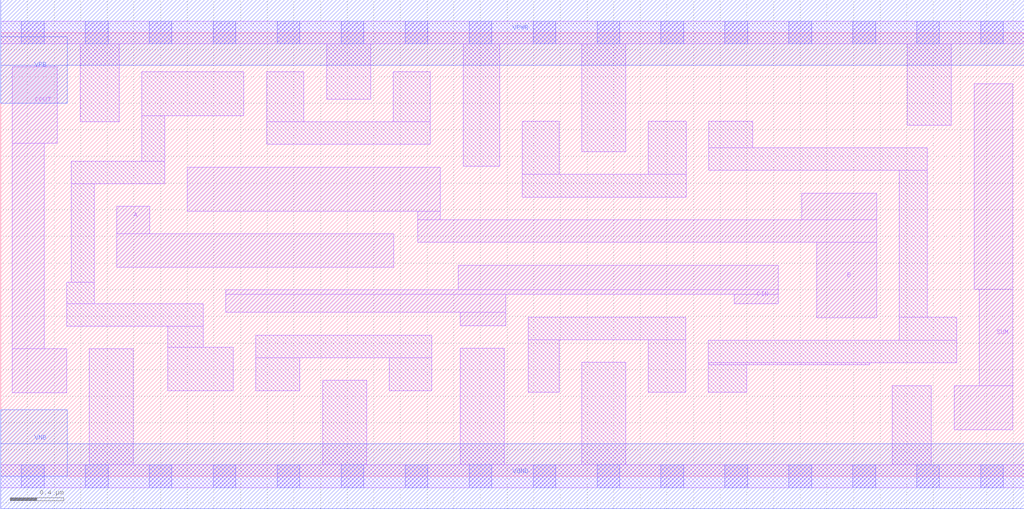
<source format=lef>
# Copyright 2020 The SkyWater PDK Authors
#
# Licensed under the Apache License, Version 2.0 (the "License");
# you may not use this file except in compliance with the License.
# You may obtain a copy of the License at
#
#     https://www.apache.org/licenses/LICENSE-2.0
#
# Unless required by applicable law or agreed to in writing, software
# distributed under the License is distributed on an "AS IS" BASIS,
# WITHOUT WARRANTIES OR CONDITIONS OF ANY KIND, either express or implied.
# See the License for the specific language governing permissions and
# limitations under the License.
#
# SPDX-License-Identifier: Apache-2.0

VERSION 5.5 ;
NAMESCASESENSITIVE ON ;
BUSBITCHARS "[]" ;
DIVIDERCHAR "/" ;
MACRO sky130_fd_sc_lp__fa_0
  CLASS CORE ;
  SOURCE USER ;
  ORIGIN  0.000000  0.000000 ;
  SIZE  7.680000 BY  3.330000 ;
  SYMMETRY X Y R90 ;
  SITE unit ;
  PIN A
    ANTENNAGATEAREA  0.504000 ;
    DIRECTION INPUT ;
    USE SIGNAL ;
    PORT
      LAYER li1 ;
        RECT 0.870000 1.570000 2.950000 1.820000 ;
        RECT 0.870000 1.820000 1.120000 2.025000 ;
    END
  END A
  PIN B
    ANTENNAGATEAREA  0.504000 ;
    DIRECTION INPUT ;
    USE SIGNAL ;
    PORT
      LAYER li1 ;
        RECT 1.400000 1.990000 3.300000 2.320000 ;
        RECT 3.130000 1.755000 6.575000 1.925000 ;
        RECT 3.130000 1.925000 3.300000 1.990000 ;
        RECT 6.010000 1.925000 6.575000 2.125000 ;
        RECT 6.125000 1.190000 6.575000 1.755000 ;
    END
  END B
  PIN CIN
    ANTENNAGATEAREA  0.378000 ;
    DIRECTION INPUT ;
    USE SIGNAL ;
    PORT
      LAYER li1 ;
        RECT 1.690000 1.230000 3.790000 1.365000 ;
        RECT 1.690000 1.365000 5.835000 1.400000 ;
        RECT 3.435000 1.400000 5.835000 1.585000 ;
        RECT 3.450000 1.130000 3.790000 1.230000 ;
        RECT 5.505000 1.295000 5.835000 1.365000 ;
    END
  END CIN
  PIN COUT
    ANTENNADIFFAREA  0.280900 ;
    DIRECTION OUTPUT ;
    USE SIGNAL ;
    PORT
      LAYER li1 ;
        RECT 0.085000 0.625000 0.495000 0.955000 ;
        RECT 0.085000 0.955000 0.325000 2.500000 ;
        RECT 0.085000 2.500000 0.425000 3.075000 ;
    END
  END COUT
  PIN SUM
    ANTENNADIFFAREA  0.280900 ;
    DIRECTION OUTPUT ;
    USE SIGNAL ;
    PORT
      LAYER li1 ;
        RECT 7.155000 0.350000 7.595000 0.680000 ;
        RECT 7.305000 1.405000 7.595000 2.945000 ;
        RECT 7.345000 0.680000 7.595000 1.405000 ;
    END
  END SUM
  PIN VGND
    DIRECTION INOUT ;
    USE GROUND ;
    PORT
      LAYER met1 ;
        RECT 0.000000 -0.245000 7.680000 0.245000 ;
    END
  END VGND
  PIN VNB
    DIRECTION INOUT ;
    USE GROUND ;
    PORT
      LAYER met1 ;
        RECT 0.000000 0.000000 0.500000 0.500000 ;
    END
  END VNB
  PIN VPB
    DIRECTION INOUT ;
    USE POWER ;
    PORT
      LAYER met1 ;
        RECT 0.000000 2.800000 0.500000 3.300000 ;
    END
  END VPB
  PIN VPWR
    DIRECTION INOUT ;
    USE POWER ;
    PORT
      LAYER met1 ;
        RECT 0.000000 3.085000 7.680000 3.575000 ;
    END
  END VPWR
  OBS
    LAYER li1 ;
      RECT 0.000000 -0.085000 7.680000 0.085000 ;
      RECT 0.000000  3.245000 7.680000 3.415000 ;
      RECT 0.495000  1.125000 1.520000 1.295000 ;
      RECT 0.495000  1.295000 0.700000 1.455000 ;
      RECT 0.530000  1.455000 0.700000 2.195000 ;
      RECT 0.530000  2.195000 1.230000 2.365000 ;
      RECT 0.595000  2.660000 0.890000 3.245000 ;
      RECT 0.665000  0.085000 0.995000 0.955000 ;
      RECT 1.060000  2.365000 1.230000 2.705000 ;
      RECT 1.060000  2.705000 1.825000 3.035000 ;
      RECT 1.255000  0.640000 1.745000 0.970000 ;
      RECT 1.255000  0.970000 1.520000 1.125000 ;
      RECT 1.915000  0.640000 2.245000 0.890000 ;
      RECT 1.915000  0.890000 3.235000 1.060000 ;
      RECT 1.995000  2.490000 3.225000 2.660000 ;
      RECT 1.995000  2.660000 2.275000 3.035000 ;
      RECT 2.415000  0.085000 2.745000 0.720000 ;
      RECT 2.445000  2.830000 2.775000 3.245000 ;
      RECT 2.915000  0.640000 3.235000 0.890000 ;
      RECT 2.945000  2.660000 3.225000 3.035000 ;
      RECT 3.450000  0.085000 3.780000 0.960000 ;
      RECT 3.470000  2.325000 3.745000 3.245000 ;
      RECT 3.915000  2.095000 5.145000 2.265000 ;
      RECT 3.915000  2.265000 4.190000 2.665000 ;
      RECT 3.960000  0.630000 4.190000 1.025000 ;
      RECT 3.960000  1.025000 5.140000 1.195000 ;
      RECT 4.360000  0.085000 4.690000 0.855000 ;
      RECT 4.360000  2.435000 4.690000 3.245000 ;
      RECT 4.860000  0.630000 5.140000 1.025000 ;
      RECT 4.860000  2.265000 5.145000 2.665000 ;
      RECT 5.310000  0.630000 5.600000 0.835000 ;
      RECT 5.310000  0.835000 6.520000 0.850000 ;
      RECT 5.310000  0.850000 7.175000 1.020000 ;
      RECT 5.315000  2.295000 6.955000 2.465000 ;
      RECT 5.315000  2.465000 5.645000 2.665000 ;
      RECT 6.690000  0.085000 6.985000 0.680000 ;
      RECT 6.745000  1.020000 7.175000 1.195000 ;
      RECT 6.745000  1.195000 6.955000 2.295000 ;
      RECT 6.805000  2.635000 7.135000 3.245000 ;
    LAYER mcon ;
      RECT 0.155000 -0.085000 0.325000 0.085000 ;
      RECT 0.155000  3.245000 0.325000 3.415000 ;
      RECT 0.635000 -0.085000 0.805000 0.085000 ;
      RECT 0.635000  3.245000 0.805000 3.415000 ;
      RECT 1.115000 -0.085000 1.285000 0.085000 ;
      RECT 1.115000  3.245000 1.285000 3.415000 ;
      RECT 1.595000 -0.085000 1.765000 0.085000 ;
      RECT 1.595000  3.245000 1.765000 3.415000 ;
      RECT 2.075000 -0.085000 2.245000 0.085000 ;
      RECT 2.075000  3.245000 2.245000 3.415000 ;
      RECT 2.555000 -0.085000 2.725000 0.085000 ;
      RECT 2.555000  3.245000 2.725000 3.415000 ;
      RECT 3.035000 -0.085000 3.205000 0.085000 ;
      RECT 3.035000  3.245000 3.205000 3.415000 ;
      RECT 3.515000 -0.085000 3.685000 0.085000 ;
      RECT 3.515000  3.245000 3.685000 3.415000 ;
      RECT 3.995000 -0.085000 4.165000 0.085000 ;
      RECT 3.995000  3.245000 4.165000 3.415000 ;
      RECT 4.475000 -0.085000 4.645000 0.085000 ;
      RECT 4.475000  3.245000 4.645000 3.415000 ;
      RECT 4.955000 -0.085000 5.125000 0.085000 ;
      RECT 4.955000  3.245000 5.125000 3.415000 ;
      RECT 5.435000 -0.085000 5.605000 0.085000 ;
      RECT 5.435000  3.245000 5.605000 3.415000 ;
      RECT 5.915000 -0.085000 6.085000 0.085000 ;
      RECT 5.915000  3.245000 6.085000 3.415000 ;
      RECT 6.395000 -0.085000 6.565000 0.085000 ;
      RECT 6.395000  3.245000 6.565000 3.415000 ;
      RECT 6.875000 -0.085000 7.045000 0.085000 ;
      RECT 6.875000  3.245000 7.045000 3.415000 ;
      RECT 7.355000 -0.085000 7.525000 0.085000 ;
      RECT 7.355000  3.245000 7.525000 3.415000 ;
  END
END sky130_fd_sc_lp__fa_0
END LIBRARY

</source>
